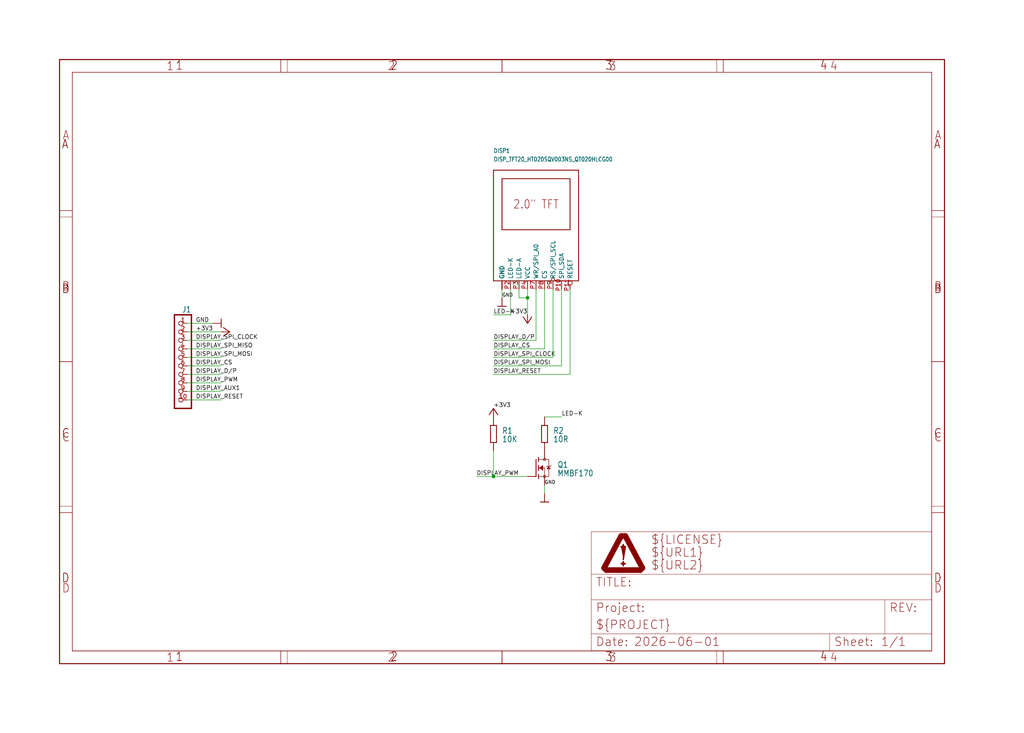
<source format=kicad_sch>
(kicad_sch (version 20230121) (generator eeschema)
  (paper "User" 305.689 218.821)
  (lib_symbols
    (symbol "working-eagle-import:CON-FPC_X05B20L10T"
      (property "Reference" "J" (at -1.27 15.875 0))
      (symbol "CON-FPC_X05B20L10T_1_0"
        (polyline (pts (xy -1.27 -12.7) (xy -1.27 15.24)) (stroke (width 0.4064)))
        (polyline (pts (xy -1.27 15.24) (xy 3.81 15.24)) (stroke (width 0.4064)))
        (polyline (pts (xy 3.81 -12.7) (xy -1.27 -12.7)) (stroke (width 0.4064)))
        (polyline (pts (xy 3.81 15.24) (xy 3.81 -12.7)) (stroke (width 0.4064)))
        (pin passive inverted (at 0 12.7 0) (length 2.54) (name "1") (number "1"))
        (pin passive inverted (at 0 -10.16 0) (length 2.54) (name "10") (number "10"))
        (pin passive inverted (at 0 10.16 0) (length 2.54) (name "2") (number "2"))
        (pin passive inverted (at 0 7.62 0) (length 2.54) (name "3") (number "3"))
        (pin passive inverted (at 0 5.08 0) (length 2.54) (name "4") (number "4"))
        (pin passive inverted (at 0 2.54 0) (length 2.54) (name "5") (number "5"))
        (pin passive inverted (at 0 0 0) (length 2.54) (name "6") (number "6"))
        (pin passive inverted (at 0 -2.54 0) (length 2.54) (name "7") (number "7"))
        (pin passive inverted (at 0 -5.08 0) (length 2.54) (name "8") (number "8"))
        (pin passive inverted (at 0 -7.62 0) (length 2.54) (name "9") (number "9"))
      )
    )
    (symbol "working-eagle-import:DISP_TFT20_HT020SQV003NS_QT020HLCG00"
      (property "Reference" "DISP" (at 0 38.1 0))
      (symbol "DISP_TFT20_HT020SQV003NS_QT020HLCG00_1_0"
        (polyline (pts (xy 0 0) (xy 0 33.02)) (stroke (width 0.254)))
        (polyline (pts (xy 0 33.02) (xy 25.4 33.02)) (stroke (width 0.254)))
        (polyline (pts (xy 2.54 15.24) (xy 2.54 30.48)) (stroke (width 0.254)))
        (polyline (pts (xy 2.54 30.48) (xy 22.86 30.48)) (stroke (width 0.254)))
        (polyline (pts (xy 22.86 15.24) (xy 2.54 15.24)) (stroke (width 0.254)))
        (polyline (pts (xy 22.86 30.48) (xy 22.86 15.24)) (stroke (width 0.254)))
        (polyline (pts (xy 25.4 0) (xy 0 0)) (stroke (width 0.254)))
        (polyline (pts (xy 25.4 33.02) (xy 25.4 0)) (stroke (width 0.254)))
        (text "2.0\" TFT" (at 12.7 22.86 0) (effects (font (size 2.54 2.159))))
        (pin power_in line (at 2.54 -2.54 90) (length 2.54) (name "GND") (number "P1"))
        (pin bidirectional line (at 20.32 -2.54 90) (length 2.54) (name "SPI_SDA") (number "P10"))
        (pin input inverted (at 22.86 -2.54 90) (length 2.54) (name "RESET") (number "P11"))
        (pin power_in line (at 2.54 -2.54 90) (length 2.54) (name "GND") (number "P12"))
        (pin power_in line (at 5.08 -2.54 90) (length 2.54) (name "LED-K") (number "P2"))
        (pin power_in line (at 7.62 -2.54 90) (length 2.54) (name "LED-A") (number "P3"))
        (pin power_in line (at 10.16 -2.54 90) (length 2.54) (name "VCC") (number "P4"))
        (pin power_in line (at 2.54 -2.54 90) (length 2.54) (name "GND") (number "P5"))
        (pin power_in line (at 2.54 -2.54 90) (length 2.54) (name "GND") (number "P6"))
        (pin input line (at 12.7 -2.54 90) (length 2.54) (name "WR/SPI_A0") (number "P7"))
        (pin input line (at 15.24 -2.54 90) (length 2.54) (name "CS") (number "P8"))
        (pin input clock (at 17.78 -2.54 90) (length 2.54) (name "RS/SPI_SCL") (number "P9"))
      )
    )
    (symbol "working-eagle-import:FRAME_DINA4_L"
      (symbol "FRAME_DINA4_L_1_0"
        (polyline (pts (xy 0 0) (xy 67.945 0)) (stroke (width 0.3)))
        (polyline (pts (xy 0 45.085) (xy 3.81 45.085)))
        (polyline (pts (xy 0 46.99) (xy 0 0)) (stroke (width 0.3)))
        (polyline (pts (xy 0 46.99) (xy 3.81 46.99)) (stroke (width 0.1)))
        (polyline (pts (xy 0 90.17) (xy 0 46.99)) (stroke (width 0.3)))
        (polyline (pts (xy 0 90.17) (xy 3.81 90.17)))
        (polyline (pts (xy 0 90.17) (xy 3.81 90.17)) (stroke (width 0.1)))
        (polyline (pts (xy 0 133.35) (xy 0 90.17)) (stroke (width 0.3)))
        (polyline (pts (xy 0 133.35) (xy 3.81 133.35)) (stroke (width 0.1)))
        (polyline (pts (xy 0 135.255) (xy 3.81 135.255)))
        (polyline (pts (xy 0 180.34) (xy 0 133.35)) (stroke (width 0.3)))
        (polyline (pts (xy 3.81 3.81) (xy 3.81 176.53)))
        (polyline (pts (xy 3.81 3.81) (xy 67.945 3.81)) (stroke (width 0.1)))
        (polyline (pts (xy 3.81 46.99) (xy 3.81 3.81)) (stroke (width 0.1)))
        (polyline (pts (xy 3.81 90.17) (xy 3.81 46.99)) (stroke (width 0.1)))
        (polyline (pts (xy 3.81 133.35) (xy 3.81 90.17)) (stroke (width 0.1)))
        (polyline (pts (xy 3.81 176.53) (xy 3.81 133.35)) (stroke (width 0.1)))
        (polyline (pts (xy 66.04 0) (xy 66.04 3.81)))
        (polyline (pts (xy 66.04 176.53) (xy 66.04 180.34)))
        (polyline (pts (xy 67.945 0) (xy 67.945 3.81)) (stroke (width 0.1)))
        (polyline (pts (xy 67.945 0) (xy 132.08 0)) (stroke (width 0.3)))
        (polyline (pts (xy 67.945 3.81) (xy 132.08 3.81)) (stroke (width 0.1)))
        (polyline (pts (xy 67.945 176.53) (xy 3.81 176.53)) (stroke (width 0.1)))
        (polyline (pts (xy 67.945 180.34) (xy 0 180.34)) (stroke (width 0.3)))
        (polyline (pts (xy 67.945 180.34) (xy 67.945 176.53)) (stroke (width 0.1)))
        (polyline (pts (xy 132.08 0) (xy 132.08 3.81)))
        (polyline (pts (xy 132.08 0) (xy 132.08 3.81)) (stroke (width 0.1)))
        (polyline (pts (xy 132.08 0) (xy 196.215 0)) (stroke (width 0.3)))
        (polyline (pts (xy 132.08 3.81) (xy 196.215 3.81)) (stroke (width 0.1)))
        (polyline (pts (xy 132.08 176.53) (xy 67.945 176.53)) (stroke (width 0.1)))
        (polyline (pts (xy 132.08 176.53) (xy 132.08 180.34)))
        (polyline (pts (xy 132.08 180.34) (xy 67.945 180.34)) (stroke (width 0.3)))
        (polyline (pts (xy 132.08 180.34) (xy 132.08 176.53)) (stroke (width 0.1)))
        (polyline (pts (xy 196.215 0) (xy 196.215 3.81)) (stroke (width 0.1)))
        (polyline (pts (xy 196.215 0) (xy 264.16 0)) (stroke (width 0.3)))
        (polyline (pts (xy 196.215 3.81) (xy 260.35 3.81)) (stroke (width 0.1)))
        (polyline (pts (xy 196.215 176.53) (xy 132.08 176.53)) (stroke (width 0.1)))
        (polyline (pts (xy 196.215 180.34) (xy 67.945 180.34)) (stroke (width 0.3)))
        (polyline (pts (xy 196.215 180.34) (xy 132.08 180.34)) (stroke (width 0.3)))
        (polyline (pts (xy 196.215 180.34) (xy 196.215 176.53)) (stroke (width 0.1)))
        (polyline (pts (xy 198.12 0) (xy 198.12 3.81)))
        (polyline (pts (xy 198.12 176.53) (xy 198.12 180.34)))
        (polyline (pts (xy 260.35 3.81) (xy 3.81 3.81)))
        (polyline (pts (xy 260.35 3.81) (xy 260.35 46.99)) (stroke (width 0.1)))
        (polyline (pts (xy 260.35 3.81) (xy 260.35 176.53)))
        (polyline (pts (xy 260.35 45.085) (xy 264.16 45.085)))
        (polyline (pts (xy 260.35 46.99) (xy 260.35 90.17)) (stroke (width 0.1)))
        (polyline (pts (xy 260.35 90.17) (xy 260.35 133.35)) (stroke (width 0.1)))
        (polyline (pts (xy 260.35 90.17) (xy 264.16 90.17)))
        (polyline (pts (xy 260.35 133.35) (xy 260.35 176.53)) (stroke (width 0.1)))
        (polyline (pts (xy 260.35 135.255) (xy 264.16 135.255)))
        (polyline (pts (xy 260.35 176.53) (xy 3.81 176.53)))
        (polyline (pts (xy 260.35 176.53) (xy 196.215 176.53)) (stroke (width 0.1)))
        (polyline (pts (xy 264.16 0) (xy 264.16 46.99)) (stroke (width 0.3)))
        (polyline (pts (xy 264.16 46.99) (xy 260.35 46.99)) (stroke (width 0.1)))
        (polyline (pts (xy 264.16 46.99) (xy 264.16 90.17)) (stroke (width 0.3)))
        (polyline (pts (xy 264.16 90.17) (xy 260.35 90.17)) (stroke (width 0.1)))
        (polyline (pts (xy 264.16 90.17) (xy 264.16 133.35)) (stroke (width 0.3)))
        (polyline (pts (xy 264.16 133.35) (xy 260.35 133.35)) (stroke (width 0.1)))
        (polyline (pts (xy 264.16 133.35) (xy 264.16 180.34)) (stroke (width 0.3)))
        (polyline (pts (xy 264.16 180.34) (xy 196.215 180.34)) (stroke (width 0.3)))
        (polyline (pts (xy 0 0) (xy 264.16 0) (xy 264.16 180.34) (xy 0 180.34) (xy 0 0)))
        (text "1" (at 33.02 1.905 0) (effects (font (size 2.54 2.286))))
        (text "1" (at 33.02 178.435 0) (effects (font (size 2.54 2.286))))
        (text "1" (at 34.5725 0.6 0) (effects (font (size 2.61 2.2185)) (justify left bottom)))
        (text "1" (at 34.5725 0.6 0) (effects (font (size 2.61 2.2185)) (justify left bottom)))
        (text "1" (at 34.5725 177.13 0) (effects (font (size 2.61 2.2185)) (justify left bottom)))
        (text "1" (at 34.5725 177.13 0) (effects (font (size 2.61 2.2185)) (justify left bottom)))
        (text "2" (at 98.7075 0.6 0) (effects (font (size 2.61 2.2185)) (justify left bottom)))
        (text "2" (at 98.7075 0.6 0) (effects (font (size 2.61 2.2185)) (justify left bottom)))
        (text "2" (at 98.7075 177.13 0) (effects (font (size 2.61 2.2185)) (justify left bottom)))
        (text "2" (at 98.7075 177.13 0) (effects (font (size 2.61 2.2185)) (justify left bottom)))
        (text "2" (at 99.06 1.905 0) (effects (font (size 2.54 2.286))))
        (text "2" (at 99.06 178.435 0) (effects (font (size 2.54 2.286))))
        (text "3" (at 162.8425 0.6 0) (effects (font (size 2.61 2.2185)) (justify left bottom)))
        (text "3" (at 162.8425 0.6 0) (effects (font (size 2.61 2.2185)) (justify left bottom)))
        (text "3" (at 162.8425 177.13 0) (effects (font (size 2.61 2.2185)) (justify left bottom)))
        (text "3" (at 162.8425 177.13 0) (effects (font (size 2.61 2.2185)) (justify left bottom)))
        (text "3" (at 165.1 1.905 0) (effects (font (size 2.54 2.286))))
        (text "3" (at 165.1 178.435 0) (effects (font (size 2.54 2.286))))
        (text "4" (at 226.9775 0.6 0) (effects (font (size 2.61 2.2185)) (justify left bottom)))
        (text "4" (at 226.9775 0.6 0) (effects (font (size 2.61 2.2185)) (justify left bottom)))
        (text "4" (at 226.9775 177.13 0) (effects (font (size 2.61 2.2185)) (justify left bottom)))
        (text "4" (at 226.9775 177.13 0) (effects (font (size 2.61 2.2185)) (justify left bottom)))
        (text "4" (at 231.14 1.905 0) (effects (font (size 2.54 2.286))))
        (text "4" (at 231.14 178.435 0) (effects (font (size 2.54 2.286))))
        (text "A" (at 0.6 153.635 0) (effects (font (size 2.61 2.2185)) (justify left bottom)))
        (text "A" (at 0.6 153.635 0) (effects (font (size 2.61 2.2185)) (justify left bottom)))
        (text "A" (at 1.905 157.7975 0) (effects (font (size 2.54 2.286))))
        (text "A" (at 260.95 153.635 0) (effects (font (size 2.61 2.2185)) (justify left bottom)))
        (text "A" (at 260.95 153.635 0) (effects (font (size 2.61 2.2185)) (justify left bottom)))
        (text "A" (at 262.255 157.7975 0) (effects (font (size 2.54 2.286))))
        (text "B" (at 0.6 110.455 0) (effects (font (size 2.61 2.2185)) (justify left bottom)))
        (text "B" (at 0.6 110.455 0) (effects (font (size 2.61 2.2185)) (justify left bottom)))
        (text "B" (at 1.905 112.7125 0) (effects (font (size 2.54 2.286))))
        (text "B" (at 260.95 110.455 0) (effects (font (size 2.61 2.2185)) (justify left bottom)))
        (text "B" (at 260.95 110.455 0) (effects (font (size 2.61 2.2185)) (justify left bottom)))
        (text "B" (at 262.255 112.7125 0) (effects (font (size 2.54 2.286))))
        (text "C" (at 0.6 67.275 0) (effects (font (size 2.61 2.2185)) (justify left bottom)))
        (text "C" (at 0.6 67.275 0) (effects (font (size 2.61 2.2185)) (justify left bottom)))
        (text "C" (at 1.905 67.6275 0) (effects (font (size 2.54 2.286))))
        (text "C" (at 260.95 67.275 0) (effects (font (size 2.61 2.2185)) (justify left bottom)))
        (text "C" (at 260.95 67.275 0) (effects (font (size 2.61 2.2185)) (justify left bottom)))
        (text "C" (at 262.255 67.6275 0) (effects (font (size 2.54 2.286))))
        (text "D" (at 0.6 24.095 0) (effects (font (size 2.61 2.2185)) (justify left bottom)))
        (text "D" (at 0.6 24.095 0) (effects (font (size 2.61 2.2185)) (justify left bottom)))
        (text "D" (at 1.905 22.5425 0) (effects (font (size 2.54 2.286))))
        (text "D" (at 260.95 24.095 0) (effects (font (size 2.61 2.2185)) (justify left bottom)))
        (text "D" (at 260.95 24.095 0) (effects (font (size 2.61 2.2185)) (justify left bottom)))
        (text "D" (at 262.255 22.5425 0) (effects (font (size 2.54 2.286))))
      )
      (symbol "FRAME_DINA4_L_2_0"
        (polyline (pts (xy 0 0) (xy 0 5.08)) (stroke (width 0.1016)))
        (polyline (pts (xy 0 0) (xy 71.12 0)) (stroke (width 0.1016)))
        (polyline (pts (xy 0 5.08) (xy 0 15.24)) (stroke (width 0.1016)))
        (polyline (pts (xy 0 5.08) (xy 71.12 5.08)) (stroke (width 0.1016)))
        (polyline (pts (xy 0 15.24) (xy 0 22.86)) (stroke (width 0.1016)))
        (polyline (pts (xy 0 22.86) (xy 0 35.56)) (stroke (width 0.1016)))
        (polyline (pts (xy 0 22.86) (xy 101.6 22.86)) (stroke (width 0.1016)))
        (polyline (pts (xy 3.81 24.765) (xy 8.89 34.29)) (stroke (width 1.6764)))
        (polyline (pts (xy 4.445 24.13) (xy 3.81 24.765)) (stroke (width 1.6764)))
        (polyline (pts (xy 8.89 34.29) (xy 10.16 34.29)) (stroke (width 1.6764)))
        (polyline (pts (xy 10.16 34.29) (xy 15.24 24.765)) (stroke (width 1.6764)))
        (polyline (pts (xy 14.605 24.13) (xy 4.445 24.13)) (stroke (width 1.6764)))
        (polyline (pts (xy 15.24 24.765) (xy 14.605 24.13)) (stroke (width 1.6764)))
        (polyline (pts (xy 71.12 0) (xy 101.6 0)) (stroke (width 0.1016)))
        (polyline (pts (xy 71.12 5.08) (xy 71.12 0)) (stroke (width 0.1016)))
        (polyline (pts (xy 71.12 5.08) (xy 87.63 5.08)) (stroke (width 0.1016)))
        (polyline (pts (xy 87.63 5.08) (xy 101.6 5.08)) (stroke (width 0.1016)))
        (polyline (pts (xy 87.63 15.24) (xy 0 15.24)) (stroke (width 0.1016)))
        (polyline (pts (xy 87.63 15.24) (xy 87.63 5.08)) (stroke (width 0.1016)))
        (polyline (pts (xy 101.6 5.08) (xy 101.6 0)) (stroke (width 0.1016)))
        (polyline (pts (xy 101.6 15.24) (xy 87.63 15.24)) (stroke (width 0.1016)))
        (polyline (pts (xy 101.6 15.24) (xy 101.6 5.08)) (stroke (width 0.1016)))
        (polyline (pts (xy 101.6 22.86) (xy 101.6 15.24)) (stroke (width 0.1016)))
        (polyline (pts (xy 101.6 35.56) (xy 0 35.56)) (stroke (width 0.1016)))
        (polyline (pts (xy 101.6 35.56) (xy 101.6 22.86)) (stroke (width 0.1016)))
        (polyline (pts (xy 8.89 31.115) (xy 10.16 31.115) (xy 9.525 27.305)) (stroke (width 0.4064)) (fill (type outline)))
        (polyline (pts (xy 8.89 31.115) (xy 9.0151 31.1211) (xy 9.2462 31.2169) (xy 9.4231 31.3938) (xy 9.5189 31.6249) (xy 9.525 31.75) (xy 9.5311 31.6249) (xy 9.6269 31.3938) (xy 9.8038 31.2169) (xy 10.0349 31.1211) (xy 10.16 31.115)) (stroke (width 0.4064)) (fill (type outline)))
        (polyline (pts (xy 9.525 25.4) (xy 9.5311 25.5251) (xy 9.6269 25.7562) (xy 9.8038 25.9331) (xy 10.0349 26.0289) (xy 10.16 26.035) (xy 10.0349 26.0411) (xy 9.8038 26.1369) (xy 9.6269 26.3138) (xy 9.5311 26.5449) (xy 9.525 26.67) (xy 9.5189 26.5449) (xy 9.4231 26.3138) (xy 9.2462 26.1369) (xy 9.0151 26.0411) (xy 8.89 26.035)) (stroke (width 0.4064)) (fill (type outline)))
        (text "${#}/${##}" (at 86.36 1.27 0) (effects (font (size 2.54 2.54)) (justify left bottom)))
        (text "${CURRENT_DATE}" (at 12.7 1.27 0) (effects (font (size 2.54 2.54)) (justify left bottom)))
        (text "${LICENSE}" (at 17.78 31.75 0) (effects (font (size 2.54 2.54)) (justify left bottom)))
        (text "${PROJECTNAME}" (at 17.78 19.05 0) (effects (font (size 2.54 2.54)) (justify left bottom)))
        (text "${PROJECT}" (at 1.27 6.35 0) (effects (font (size 2.54 2.54)) (justify left bottom)))
        (text "${URL1}" (at 17.78 27.94 0) (effects (font (size 2.54 2.54)) (justify left bottom)))
        (text "${URL2}" (at 17.78 24.13 0) (effects (font (size 2.54 2.54)) (justify left bottom)))
        (text "Date:" (at 1.27 1.27 0) (effects (font (size 2.54 2.54)) (justify left bottom)))
        (text "Project:" (at 1.27 11.43 0) (effects (font (size 2.54 2.54)) (justify left bottom)))
        (text "REV:" (at 88.9 11.43 0) (effects (font (size 2.54 2.54)) (justify left bottom)))
        (text "Sheet:" (at 72.39 1.27 0) (effects (font (size 2.54 2.54)) (justify left bottom)))
        (text "TITLE:" (at 1.27 19.05 0) (effects (font (size 2.54 2.54)) (justify left bottom)))
      )
    )
    (symbol "working-eagle-import:R-EU_R0603"
      (property "Reference" "R" (at -3.81 1.4986 0))
      (symbol "R-EU_R0603_1_0"
        (polyline (pts (xy -2.54 -0.889) (xy -2.54 0.889)) (stroke (width 0.254)))
        (polyline (pts (xy -2.54 -0.889) (xy 2.54 -0.889)) (stroke (width 0.254)))
        (polyline (pts (xy 2.54 -0.889) (xy 2.54 0.889)) (stroke (width 0.254)))
        (polyline (pts (xy 2.54 0.889) (xy -2.54 0.889)) (stroke (width 0.254)))
        (pin passive line (at -5.08 0 0) (length 2.54) (name "1") (number "1"))
        (pin passive line (at 5.08 0 180) (length 2.54) (name "2") (number "2"))
      )
    )
    (symbol "working-eagle-import:SUPPLY_+3V3" (power)
      (property "Value" "SUPPLY_+3V3" (at 0 2.54 0))
      (symbol "SUPPLY_+3V3_1_0"
        (polyline (pts (xy 0 2.54) (xy -1.27 0.635)) (stroke (width 0.254)))
        (polyline (pts (xy 1.27 0.635) (xy 0 2.54)) (stroke (width 0.254)))
        (pin power_in line (at 0 0 90) (length 2.54) (name "+3V3") (number "1"))
      )
    )
    (symbol "working-eagle-import:SUPPLY_GND" (power)
      (property "Value" "SUPPLY_GND" (at -1.524 -2.032 0))
      (symbol "SUPPLY_GND_1_0"
        (polyline (pts (xy 1.27 0) (xy -1.27 0)) (stroke (width 0.254)))
        (pin power_in line (at 0 2.54 270) (length 2.54) (name "GND") (number "1"))
      )
    )
    (symbol "working-eagle-import:TRANSISTOR_FET_BS170-SOT-23"
      (property "Reference" "Q" (at -11.43 2.54 0))
      (symbol "TRANSISTOR_FET_BS170-SOT-23_1_0"
        (polyline (pts (xy 0 2.54) (xy 0 -2.54)) (stroke (width 0.254)))
        (polyline (pts (xy 0.762 -2.54) (xy 0.762 -3.175)) (stroke (width 0.254)))
        (polyline (pts (xy 0.762 -1.905) (xy 0.762 -2.54)) (stroke (width 0.254)))
        (polyline (pts (xy 0.762 0) (xy 0.762 -0.762)) (stroke (width 0.254)))
        (polyline (pts (xy 0.762 0) (xy 2.54 0)) (stroke (width 0.1524)))
        (polyline (pts (xy 0.762 0.762) (xy 0.762 0)) (stroke (width 0.254)))
        (polyline (pts (xy 0.762 2.54) (xy 0.762 1.905)) (stroke (width 0.254)))
        (polyline (pts (xy 0.762 2.54) (xy 3.81 2.54)) (stroke (width 0.1524)))
        (polyline (pts (xy 0.762 3.175) (xy 0.762 2.54)) (stroke (width 0.254)))
        (polyline (pts (xy 2.54 -2.54) (xy 0.762 -2.54)) (stroke (width 0.1524)))
        (polyline (pts (xy 2.54 -2.54) (xy 3.81 -2.54)) (stroke (width 0.1524)))
        (polyline (pts (xy 2.54 0) (xy 2.54 -2.54)) (stroke (width 0.1524)))
        (polyline (pts (xy 3.302 0.508) (xy 3.048 0.254)) (stroke (width 0.1524)))
        (polyline (pts (xy 3.81 0.508) (xy 3.302 0.508)) (stroke (width 0.1524)))
        (polyline (pts (xy 3.81 0.508) (xy 3.81 -2.54)) (stroke (width 0.1524)))
        (polyline (pts (xy 3.81 2.54) (xy 3.81 0.508)) (stroke (width 0.1524)))
        (polyline (pts (xy 4.318 0.508) (xy 3.81 0.508)) (stroke (width 0.1524)))
        (polyline (pts (xy 4.572 0.762) (xy 4.318 0.508)) (stroke (width 0.1524)))
        (polyline (pts (xy 1.016 0) (xy 2.032 0.762) (xy 2.032 -0.762)) (stroke (width 0.1524)) (fill (type outline)))
        (polyline (pts (xy 3.81 0.508) (xy 3.302 -0.254) (xy 4.318 -0.254)) (stroke (width 0.1524)) (fill (type outline)))
        (circle (center 2.54 -2.54) (radius 0.3592))
        (circle (center 2.54 2.54) (radius 0.3592))
        (pin passive line (at -2.54 -2.54 0) (length 2.54) (name "G") (number "1"))
        (pin passive line (at 2.54 -5.08 90) (length 2.54) (name "S") (number "2"))
        (pin passive line (at 2.54 5.08 270) (length 2.54) (name "D") (number "3"))
      )
    )
  )
  (junction (at 157.48 88.9))
  (junction (at 147.32 142.24))
  (wire (pts (xy 55.88 114.3) (xy 66.04 114.3)) (stroke (width 0.1524)))
  (wire (pts (xy 160.02 86.36) (xy 160.02 101.6)) (stroke (width 0.1524)))
  (wire (pts (xy 55.88 104.14) (xy 66.04 104.14)) (stroke (width 0.1524)))
  (wire (pts (xy 162.56 86.36) (xy 162.56 104.14)) (stroke (width 0.1524)))
  (wire (pts (xy 149.86 88.9) (xy 149.86 86.36)) (stroke (width 0.1524)))
  (wire (pts (xy 157.48 88.9) (xy 157.48 93.98)) (stroke (width 0.1524)))
  (wire (pts (xy 55.88 109.22) (xy 66.04 109.22)) (stroke (width 0.1524)))
  (wire (pts (xy 55.88 101.6) (xy 66.04 101.6)) (stroke (width 0.1524)))
  (wire (pts (xy 160.02 101.6) (xy 147.32 101.6)) (stroke (width 0.1524)))
  (wire (pts (xy 162.56 124.46) (xy 167.64 124.46)) (stroke (width 0.1524)))
  (wire (pts (xy 147.32 142.24) (xy 147.32 134.62)) (stroke (width 0.1524)))
  (wire (pts (xy 167.64 86.36) (xy 167.64 109.22)) (stroke (width 0.1524)))
  (wire (pts (xy 162.56 144.78) (xy 162.56 147.32)) (stroke (width 0.1524)))
  (wire (pts (xy 162.56 104.14) (xy 147.32 104.14)) (stroke (width 0.1524)))
  (wire (pts (xy 55.88 119.38) (xy 66.04 119.38)) (stroke (width 0.1524)))
  (wire (pts (xy 165.1 86.36) (xy 165.1 106.68)) (stroke (width 0.1524)))
  (wire (pts (xy 147.32 142.24) (xy 142.24 142.24)) (stroke (width 0.1524)))
  (wire (pts (xy 55.88 116.84) (xy 66.04 116.84)) (stroke (width 0.1524)))
  (wire (pts (xy 152.4 93.98) (xy 147.32 93.98)) (stroke (width 0.1524)))
  (wire (pts (xy 152.4 86.36) (xy 152.4 93.98)) (stroke (width 0.1524)))
  (wire (pts (xy 167.64 109.22) (xy 147.32 109.22)) (stroke (width 0.1524)))
  (wire (pts (xy 165.1 106.68) (xy 147.32 106.68)) (stroke (width 0.1524)))
  (wire (pts (xy 170.18 111.76) (xy 147.32 111.76)) (stroke (width 0.1524)))
  (wire (pts (xy 157.48 142.24) (xy 147.32 142.24)) (stroke (width 0.1524)))
  (wire (pts (xy 154.94 88.9) (xy 157.48 88.9)) (stroke (width 0.1524)))
  (wire (pts (xy 154.94 86.36) (xy 154.94 88.9)) (stroke (width 0.1524)))
  (wire (pts (xy 170.18 86.36) (xy 170.18 111.76)) (stroke (width 0.1524)))
  (wire (pts (xy 157.48 86.36) (xy 157.48 88.9)) (stroke (width 0.1524)))
  (wire (pts (xy 55.88 106.68) (xy 66.04 106.68)) (stroke (width 0.1524)))
  (wire (pts (xy 66.04 99.06) (xy 55.88 99.06)) (stroke (width 0.1524)))
  (wire (pts (xy 55.88 111.76) (xy 66.04 111.76)) (stroke (width 0.1524)))
  (wire (pts (xy 63.5 96.52) (xy 55.88 96.52)) (stroke (width 0.1524)))
  (label "DISPLAY_D/P" (at 58.42 111.76 0) (effects (font (size 1.2446 1.2446))))
  (label "DISPLAY_SPI_MOSI" (at 58.42 106.68 0) (effects (font (size 1.2446 1.2446))))
  (label "LED-K" (at 147.32 93.98 0) (effects (font (size 1.2446 1.2446))))
  (label "DISPLAY_AUX1" (at 58.42 116.84 0) (effects (font (size 1.2446 1.2446))))
  (label "DISPLAY_PWM" (at 58.42 114.3 0) (effects (font (size 1.2446 1.2446))))
  (label "GND" (at 162.56 144.78 0) (effects (font (size 1.016 1.016))))
  (label "DISPLAY_RESET" (at 147.32 111.76 0) (effects (font (size 1.2446 1.2446))))
  (label "DISPLAY_SPI_MISO" (at 58.42 104.14 0) (effects (font (size 1.2446 1.2446))))
  (label "DISPLAY_CS" (at 58.42 109.22 0) (effects (font (size 1.2446 1.2446))))
  (label "DISPLAY_CS" (at 147.32 104.14 0) (effects (font (size 1.2446 1.2446))))
  (label "GND" (at 58.42 96.52 0) (effects (font (size 1.2446 1.2446))))
  (label "+3V3" (at 58.42 99.06 0) (effects (font (size 1.2446 1.2446))))
  (label "DISPLAY_PWM" (at 142.24 142.24 0) (effects (font (size 1.2446 1.2446))))
  (label "DISPLAY_SPI_CLOCK" (at 58.42 101.6 0) (effects (font (size 1.2446 1.2446))))
  (label "GND" (at 149.86 88.9 0) (effects (font (size 1.016 1.016))))
  (label "DISPLAY_SPI_CLOCK" (at 147.32 106.68 0) (effects (font (size 1.2446 1.2446))))
  (label "+3V3" (at 147.32 121.92 0) (effects (font (size 1.2446 1.2446))))
  (label "DISPLAY_D/P" (at 147.32 101.6 0) (effects (font (size 1.2446 1.2446))))
  (label "+3V3" (at 157.48 93.98 180) (effects (font (size 1.2446 1.2446))))
  (label "DISPLAY_SPI_MOSI" (at 147.32 109.22 0) (effects (font (size 1.2446 1.2446))))
  (label "LED-K" (at 167.64 124.46 0) (effects (font (size 1.2446 1.2446))))
  (label "DISPLAY_RESET" (at 58.42 119.38 0) (effects (font (size 1.2446 1.2446))))
  (symbol (lib_id "working-eagle-import:SUPPLY_GND") (at 149.86 91.44 0) (unit 1)
    (property "Reference" "#GND3" (effects hide))
    (property "Value" "SUPPLY_GND" (effects hide))
  )
  (symbol (lib_id "working-eagle-import:SUPPLY_+3V3") (at 66.04 99.06 270) (unit 1)
    (property "Reference" "#+3V4" (effects hide))
    (property "Value" "SUPPLY_+3V3" (effects hide))
  )
  (symbol (lib_id "working-eagle-import:CON-FPC_X05B20L10T") (at 55.88 109.22 0) (mirror y) (unit 1)
    (property "Reference" "J1" (at 57.15 93.345 0) (effects (font (size 1.778 1.5113)) (justify left bottom)))
    (property "Value" "CON-FPC_X05B20L10T" (effects hide))
    (property "Footprint" "working:X05B20L10T" (effects hide))
  )
  (symbol (lib_id "working-eagle-import:FRAME_DINA4_L") (at 17.78 198.12 0) (unit 1)
    (property "Reference" "PAGE1" (effects hide))
    (property "Value" "FRAME_DINA4_L" (effects hide))
    (property "Footprint" "working:DP_LOGO" (effects hide))
  )
  (symbol (lib_id "working-eagle-import:SUPPLY_+3V3") (at 157.48 93.98 180) (unit 1)
    (property "Reference" "#+3V3" (effects hide))
    (property "Value" "SUPPLY_+3V3" (effects hide))
  )
  (symbol (lib_id "working-eagle-import:TRANSISTOR_FET_BS170-SOT-23") (at 160.02 139.7 0) (unit 1)
    (property "Reference" "Q1" (at 166.37 139.7 0) (effects (font (size 1.778 1.5113)) (justify left bottom)))
    (property "Value" "MMBF170" (at 166.37 142.24 0) (effects (font (size 1.778 1.5113)) (justify left bottom)))
    (property "Footprint" "working:SOT-23" (effects hide))
  )
  (symbol (lib_id "working-eagle-import:R-EU_R0603") (at 162.56 129.54 90) (unit 1)
    (property "Reference" "R2" (at 165.1 129.54 90) (effects (font (size 1.778 1.5113)) (justify right top)))
    (property "Value" "10R" (at 165.1 132.08 90) (effects (font (size 1.778 1.5113)) (justify right top)))
    (property "Footprint" "working:R0603" (effects hide))
  )
  (symbol (lib_id "working-eagle-import:SUPPLY_+3V3") (at 147.32 124.46 0) (unit 1)
    (property "Reference" "#+3V2" (effects hide))
    (property "Value" "SUPPLY_+3V3" (effects hide))
  )
  (symbol (lib_id "working-eagle-import:R-EU_R0603") (at 147.32 129.54 90) (unit 1)
    (property "Reference" "R1" (at 149.86 129.54 90) (effects (font (size 1.778 1.5113)) (justify right top)))
    (property "Value" "10K" (at 149.86 132.08 90) (effects (font (size 1.778 1.5113)) (justify right top)))
    (property "Footprint" "working:R0603" (effects hide))
  )
  (symbol (lib_id "working-eagle-import:SUPPLY_GND") (at 162.56 149.86 0) (unit 1)
    (property "Reference" "#GND2" (effects hide))
    (property "Value" "SUPPLY_GND" (effects hide))
  )
  (symbol (lib_id "working-eagle-import:DISP_TFT20_HT020SQV003NS_QT020HLCG00") (at 147.32 83.82 0) (unit 1)
    (property "Reference" "DISP1" (at 147.32 45.72 0) (effects (font (size 1.27 1.0795)) (justify left bottom)))
    (property "Value" "DISP_TFT20_HT020SQV003NS_QT020HLCG00" (at 147.32 48.26 0) (effects (font (size 1.27 1.0795)) (justify left bottom)))
    (property "Footprint" "working:HT020SQV003NS_QT020HLCG00" (effects hide))
  )
  (symbol (lib_id "working-eagle-import:SUPPLY_GND") (at 66.04 96.52 90) (unit 1)
    (property "Reference" "#GND4" (effects hide))
    (property "Value" "SUPPLY_GND" (effects hide))
  )
  (symbol (lib_id "working-eagle-import:FRAME_DINA4_L") (at 176.53 194.31 0) (unit 2)
    (property "Reference" "PAGE1" (effects hide))
    (property "Value" "FRAME_DINA4_L" (effects hide))
    (property "Footprint" "working:DP_LOGO" (effects hide))
  )
)
</source>
